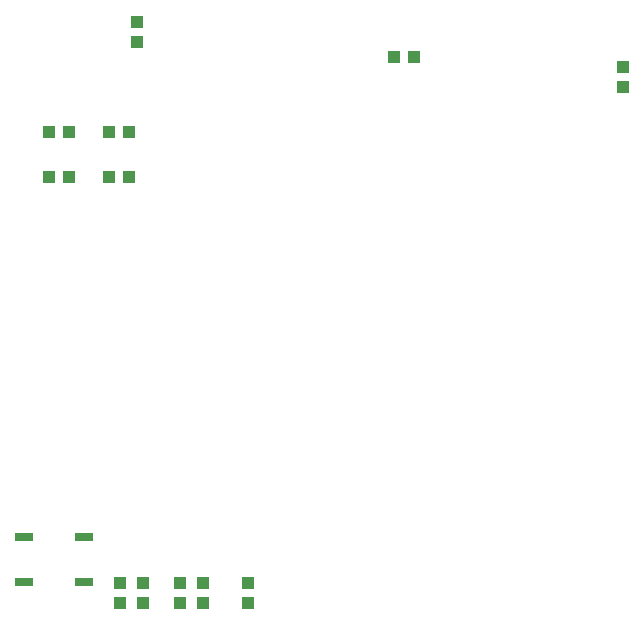
<source format=gtp>
G75*
G70*
%OFA0B0*%
%FSLAX24Y24*%
%IPPOS*%
%LPD*%
%AMOC8*
5,1,8,0,0,1.08239X$1,22.5*
%
%ADD10R,0.0394X0.0433*%
%ADD11R,0.0600X0.0300*%
%ADD12R,0.0433X0.0394*%
D10*
X004452Y001370D03*
X004452Y002039D03*
X005202Y002039D03*
X005202Y001370D03*
X006452Y001370D03*
X006452Y002039D03*
X007202Y002039D03*
X007202Y001370D03*
X008702Y001370D03*
X008702Y002039D03*
X021202Y018570D03*
X021202Y019239D03*
X005002Y020070D03*
X005002Y020739D03*
D11*
X001252Y002054D03*
X001252Y003554D03*
X003252Y003554D03*
X003252Y002054D03*
D12*
X002736Y015554D03*
X002067Y015554D03*
X002067Y017054D03*
X002736Y017054D03*
X004067Y017054D03*
X004736Y017054D03*
X004736Y015554D03*
X004067Y015554D03*
X013567Y019554D03*
X014236Y019554D03*
M02*

</source>
